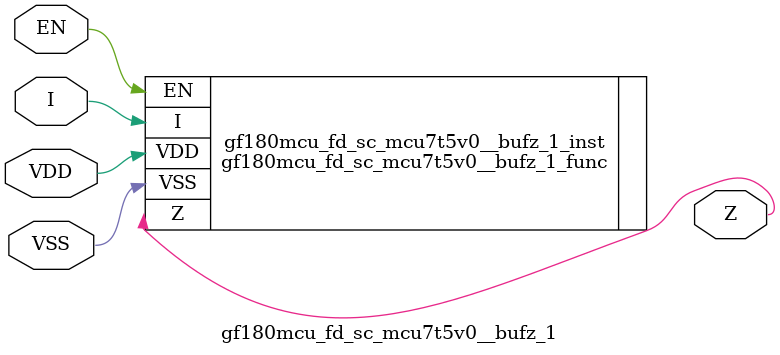
<source format=v>

module gf180mcu_fd_sc_mcu7t5v0__bufz_1( EN, I, Z, VDD, VSS );
input EN, I;
inout VDD, VSS;
output Z;

   `ifdef FUNCTIONAL  //  functional //

	gf180mcu_fd_sc_mcu7t5v0__bufz_1_func gf180mcu_fd_sc_mcu7t5v0__bufz_1_behav_inst(.EN(EN),.I(I),.Z(Z),.VDD(VDD),.VSS(VSS));

   `else

	gf180mcu_fd_sc_mcu7t5v0__bufz_1_func gf180mcu_fd_sc_mcu7t5v0__bufz_1_inst(.EN(EN),.I(I),.Z(Z),.VDD(VDD),.VSS(VSS));

	// spec_gates_begin


	// spec_gates_end



   specify

	// specify_block_begin

	// comb arc EN --> Z
	 (EN => Z) = (1.0,1.0);

	// comb arc I --> Z
	 (I => Z) = (1.0,1.0);

	// specify_block_end

   endspecify

   `endif

endmodule

</source>
